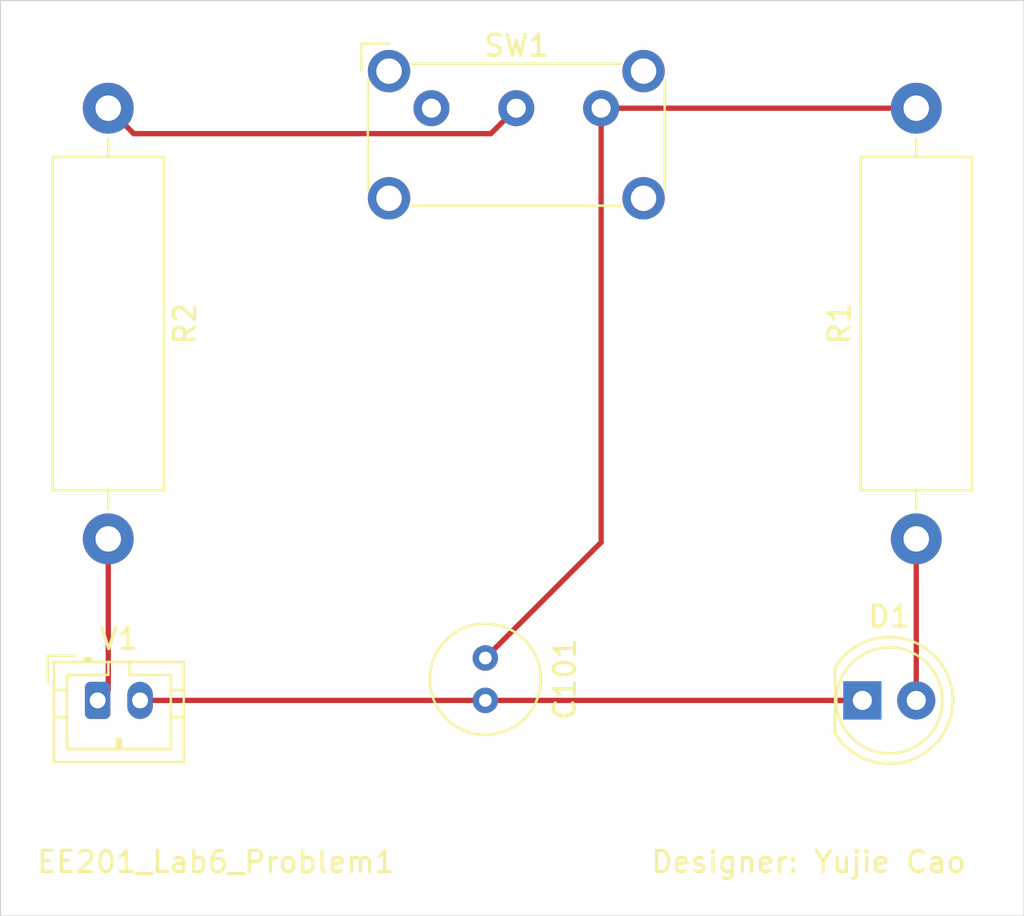
<source format=kicad_pcb>
(kicad_pcb (version 20211014) (generator pcbnew)
  (layers (0 "F.Cu" signal) (31 "B.Cu" signal) (34 "B.Paste" user) (35 "F.Paste" user) (36 "B.SilkS" user "B.Silkscreen") (37 "F.SilkS" user "F.Silkscreen") (38 "B.Mask" user) (39 "F.Mask" user) (44 "Edge.Cuts" user))
  (net 0 "")
  (net 1 "Net-(C101-Pad1)")
  (net 2 "Net-(C101-Pad2)")
  (net 3 "Net-(D1-Pad2)")
  (net 4 "Net-(R2-Pad1)")
  (net 5 "Net-(R2-Pad2)")
  (footprint "Button_Switch_THT:SW_E-Switch_EG1224_SPDT_Angled" (layer "F.Cu") (at 144.78 78.74)
    (fp_text reference "SW1" (at 4 -2.95) (layer "F.SilkS"))
    (fp_text value "SW_SPDT")
    (fp_line (start 8.95 4.6) (end -0.95 4.6) (layer "F.SilkS") (width 0.12))
    (fp_line (start -3.3 -3.05) (end -2 -3.05) (layer "F.SilkS") (width 0.12))
    (fp_line (start -3.3 -1.75) (end -3.3 -3.05) (layer "F.SilkS") (width 0.12))
    (fp_line (start 11 -1.35) (end 11 3.85) (layer "F.SilkS") (width 0.12))
    (fp_line (start -3 3.85) (end -3 -1.35) (layer "F.SilkS") (width 0.12))
    (fp_line (start -0.95 -2.1) (end 8.95 -2.1) (layer "F.SilkS") (width 0.12))
    (pad "" thru_hole circle (at 10 -1.75) (size 2 2) (drill 1.2) (layers *.Cu *.Mask))
    (pad "" thru_hole circle (at -2 -1.75) (size 2 2) (drill 1.2) (layers *.Cu *.Mask))
    (pad "" thru_hole circle (at -2 4.25) (size 2 2) (drill 1.2) (layers *.Cu *.Mask))
    (pad "" thru_hole circle (at 10 4.25) (size 2 2) (drill 1.2) (layers *.Cu *.Mask))
    (pad "1" thru_hole circle (at 0 0) (size 1.7 1.7) (drill 0.9) (layers *.Cu *.Mask))
    (pad "2" thru_hole circle (at 4 0) (size 1.7 1.7) (drill 0.9) (layers *.Cu *.Mask) (net 4 "Net-(R2-Pad1)"))
    (pad "3" thru_hole circle (at 8 0) (size 1.7 1.7) (drill 0.9) (layers *.Cu *.Mask) (net 1 "Net-(C101-Pad1)"))
  )
  (footprint "Resistor_THT:R_Axial_DIN0516_L15.5mm_D5.0mm_P20.32mm_Horizontal" (layer "F.Cu") (at 167.64 99.06 90)
    (fp_text reference "R1" (at 10.16 -3.62 90) (layer "F.SilkS"))
    (fp_text value "20kΩ")
    (fp_line (start 18.88 0) (end 18.03 0) (layer "F.SilkS") (width 0.12))
    (fp_line (start 2.29 -2.62) (end 2.29 2.62) (layer "F.SilkS") (width 0.12))
    (fp_line (start 1.44 0) (end 2.29 0) (layer "F.SilkS") (width 0.12))
    (fp_line (start 18.03 2.62) (end 18.03 -2.62) (layer "F.SilkS") (width 0.12))
    (fp_line (start 18.03 -2.62) (end 2.29 -2.62) (layer "F.SilkS") (width 0.12))
    (fp_line (start 2.29 2.62) (end 18.03 2.62) (layer "F.SilkS") (width 0.12))
    (pad "1" thru_hole circle (at 0 0 90) (size 2.4 2.4) (drill 1.2) (layers *.Cu *.Mask) (net 3 "Net-(D1-Pad2)"))
    (pad "2" thru_hole oval (at 20.32 0 90) (size 2.4 2.4) (drill 1.2) (layers *.Cu *.Mask) (net 1 "Net-(C101-Pad1)"))
  )
  (footprint "Capacitor_THT:C_Radial_D5.0mm_H5.0mm_P2.00mm" (layer "F.Cu") (at 147.32 104.68 -90)
    (fp_text reference "C101" (at 1 -3.75 90) (layer "F.SilkS"))
    (fp_text value "4.7μF")
    (fp_circle (center 1 0) (end 3.62 0) (layer "F.SilkS") (width 0.12) (fill none))
    (pad "1" thru_hole circle (at 0 0 270) (size 1.2 1.2) (drill 0.6) (layers *.Cu *.Mask) (net 1 "Net-(C101-Pad1)"))
    (pad "2" thru_hole circle (at 2 0 270) (size 1.2 1.2) (drill 0.6) (layers *.Cu *.Mask) (net 2 "Net-(C101-Pad2)"))
  )
  (footprint "Connector_JST:JST_PH_B2B-PH-K_1x02_P2.00mm_Vertical" (layer "F.Cu") (at 129.04 106.680016)
    (fp_text reference "V1" (at 1 -2.9) (layer "F.SilkS"))
    (fp_text value "9V")
    (fp_line (start -0.3 -1.91) (end -0.6 -1.91) (layer "F.SilkS") (width 0.12))
    (fp_line (start -2.06 -0.5) (end -1.45 -0.5) (layer "F.SilkS") (width 0.12))
    (fp_line (start -1.11 -2.11) (end -2.36 -2.11) (layer "F.SilkS") (width 0.12))
    (fp_line (start -1.45 -1.2) (end -1.45 2.3) (layer "F.SilkS") (width 0.12))
    (fp_line (start 4.06 -0.5) (end 3.45 -0.5) (layer "F.SilkS") (width 0.12))
    (fp_line (start 4.06 2.91) (end 4.06 -1.81) (layer "F.SilkS") (width 0.12))
    (fp_line (start -2.06 2.91) (end 4.06 2.91) (layer "F.SilkS") (width 0.12))
    (fp_line (start -2.06 -1.81) (end -2.06 2.91) (layer "F.SilkS") (width 0.12))
    (fp_line (start -2.36 -2.11) (end -2.36 -0.86) (layer "F.SilkS") (width 0.12))
    (fp_line (start 0.9 1.8) (end 1.1 1.8) (layer "F.SilkS") (width 0.12))
    (fp_line (start -1.45 2.3) (end 3.45 2.3) (layer "F.SilkS") (width 0.12))
    (fp_line (start 4.06 0.8) (end 3.45 0.8) (layer "F.SilkS") (width 0.12))
    (fp_line (start -0.3 -2.01) (end -0.6 -2.01) (layer "F.SilkS") (width 0.12))
    (fp_line (start 4.06 -1.81) (end -2.06 -1.81) (layer "F.SilkS") (width 0.12))
    (fp_line (start 0.9 2.3) (end 0.9 1.8) (layer "F.SilkS") (width 0.12))
    (fp_line (start 1.5 -1.2) (end 1.5 -1.81) (layer "F.SilkS") (width 0.12))
    (fp_line (start -2.06 0.8) (end -1.45 0.8) (layer "F.SilkS") (width 0.12))
    (fp_line (start -0.6 -2.01) (end -0.6 -1.81) (layer "F.SilkS") (width 0.12))
    (fp_line (start 3.45 2.3) (end 3.45 -1.2) (layer "F.SilkS") (width 0.12))
    (fp_line (start 0.5 -1.81) (end 0.5 -1.2) (layer "F.SilkS") (width 0.12))
    (fp_line (start 3.45 -1.2) (end 1.5 -1.2) (layer "F.SilkS") (width 0.12))
    (fp_line (start 1 2.3) (end 1 1.8) (layer "F.SilkS") (width 0.12))
    (fp_line (start -0.3 -1.81) (end -0.3 -2.01) (layer "F.SilkS") (width 0.12))
    (fp_line (start 0.5 -1.2) (end -1.45 -1.2) (layer "F.SilkS") (width 0.12))
    (fp_line (start 1.1 1.8) (end 1.1 2.3) (layer "F.SilkS") (width 0.12))
    (pad "1" thru_hole roundrect (at 0 0) (size 1.2 1.75) (drill 0.75) (layers *.Cu *.Mask) (roundrect_rratio 0.208333) (net 5 "Net-(R2-Pad2)"))
    (pad "2" thru_hole oval (at 2 0) (size 1.2 1.75) (drill 0.75) (layers *.Cu *.Mask) (net 2 "Net-(C101-Pad2)"))
  )
  (footprint "Resistor_THT:R_Axial_DIN0516_L15.5mm_D5.0mm_P20.32mm_Horizontal" (layer "F.Cu") (at 129.54 78.74 -90)
    (fp_text reference "R2" (at 10.16 -3.62 90) (layer "F.SilkS"))
    (fp_text value "2.2kΩ")
    (fp_line (start 18.88 0) (end 18.03 0) (layer "F.SilkS") (width 0.12))
    (fp_line (start 1.44 0) (end 2.29 0) (layer "F.SilkS") (width 0.12))
    (fp_line (start 18.03 2.62) (end 18.03 -2.62) (layer "F.SilkS") (width 0.12))
    (fp_line (start 18.03 -2.62) (end 2.29 -2.62) (layer "F.SilkS") (width 0.12))
    (fp_line (start 2.29 2.62) (end 18.03 2.62) (layer "F.SilkS") (width 0.12))
    (fp_line (start 2.29 -2.62) (end 2.29 2.62) (layer "F.SilkS") (width 0.12))
    (pad "1" thru_hole circle (at 0 0 270) (size 2.4 2.4) (drill 1.2) (layers *.Cu *.Mask) (net 4 "Net-(R2-Pad1)"))
    (pad "2" thru_hole oval (at 20.32 0 270) (size 2.4 2.4) (drill 1.2) (layers *.Cu *.Mask) (net 5 "Net-(R2-Pad2)"))
  )
  (footprint "LED_THT:LED_D5.0mm" (layer "F.Cu") (at 165.1 106.680016)
    (fp_text reference "D1" (at 1.27 -3.96) (layer "F.SilkS"))
    (fp_text value "LED")
    (fp_line (start -1.29 -1.545) (end -1.29 1.545) (layer "F.SilkS") (width 0.12))
    (fp_arc (start -1.29 -1.54483) (mid 2.072002 -2.880433) (end 4.26 0.000462) (layer "F.SilkS") (width 0.12))
    (fp_arc (start 4.26 -0.000462) (mid 2.072002 2.880433) (end -1.29 1.54483) (layer "F.SilkS") (width 0.12))
    (fp_circle (center 1.27 0) (end 3.77 0) (layer "F.SilkS") (width 0.12) (fill none))
    (pad "1" thru_hole rect (at 0 0) (size 1.8 1.8) (drill 0.9) (layers *.Cu *.Mask) (net 2 "Net-(C101-Pad2)"))
    (pad "2" thru_hole circle (at 2.54 0) (size 1.8 1.8) (drill 0.9) (layers *.Cu *.Mask) (net 3 "Net-(D1-Pad2)"))
  )
  (gr_rect (start 124.46 73.66) (end 172.72 116.84) (layer "Edge.Cuts") (width 0.05) (fill none))
  (gr_text "Designer: Yujie Cao" (at 162.56 114.3) (layer "F.SilkS") (effects (font (size 1 1))))
  (gr_text "EE201_Lab6_Problem1" (at 134.62 114.3) (layer "F.SilkS") (effects (font (size 1 1))))
  (segment (start 152.78 99.22) (end 147.32 104.68) (width 0.25) (layer "F.Cu") (net 1))
  (segment (start 152.78 78.74) (end 167.64 78.74) (width 0.25) (layer "F.Cu") (net 1))
  (segment (start 152.78 78.74) (end 152.78 99.22) (width 0.25) (layer "F.Cu") (net 1))
  (segment (start 131.04 106.680016) (end 147.319984 106.680016) (width 0.25) (layer "F.Cu") (net 2))
  (segment (start 147.319984 106.680016) (end 147.32 106.68) (width 0.25) (layer "F.Cu") (net 2))
  (segment (start 165.1 106.680016) (end 147.320016 106.680016) (width 0.25) (layer "F.Cu") (net 2))
  (segment (start 147.320016 106.680016) (end 147.32 106.68) (width 0.25) (layer "F.Cu") (net 2))
  (segment (start 167.64 99.06) (end 167.64 106.680016) (width 0.25) (layer "F.Cu") (net 3))
  (segment (start 129.54 78.74) (end 130.74 79.94) (width 0.25) (layer "F.Cu") (net 4))
  (segment (start 147.58 79.94) (end 148.78 78.74) (width 0.25) (layer "F.Cu") (net 4))
  (segment (start 130.74 79.94) (end 147.58 79.94) (width 0.25) (layer "F.Cu") (net 4))
  (segment (start 129.54 106.180016) (end 129.54 99.06) (width 0.25) (layer "F.Cu") (net 5))
  (segment (start 129.04 106.680016) (end 129.54 106.180016) (width 0.25) (layer "F.Cu") (net 5))
)
</source>
